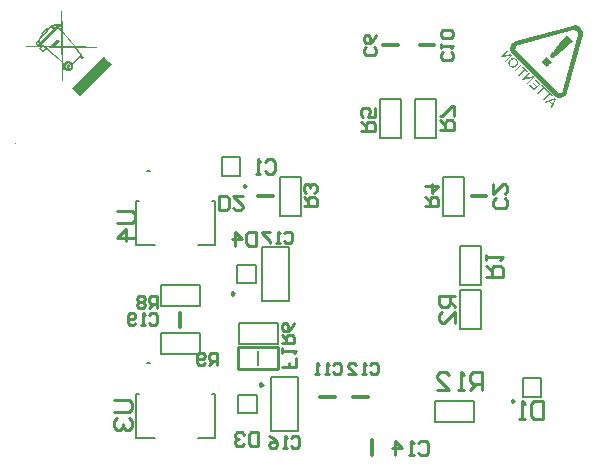
<source format=gbo>
G04*
G04 #@! TF.GenerationSoftware,Altium Limited,Altium Designer,20.0.10 (225)*
G04*
G04 Layer_Color=32896*
%FSLAX25Y25*%
%MOIN*%
G70*
G01*
G75*
%ADD10C,0.00787*%
%ADD11C,0.00800*%
%ADD13C,0.00984*%
%ADD14C,0.01200*%
%ADD16C,0.00500*%
%ADD18C,0.01000*%
G36*
X186373Y189211D02*
X186471D01*
X186520D01*
X186863Y189162D01*
X187181Y189088D01*
X187475Y188941D01*
X187719Y188844D01*
X187915Y188697D01*
X188062Y188599D01*
X188184Y188477D01*
X188478Y188085D01*
X188698Y187718D01*
X188771Y187547D01*
X188820Y187449D01*
Y187351D01*
X188845Y187327D01*
X188893Y187180D01*
X188918Y187107D01*
X188942Y186691D01*
X188893Y186348D01*
X188869Y186079D01*
Y186030D01*
X188845Y186005D01*
X183707Y166873D01*
X183731Y166849D01*
X183707Y166824D01*
X183658Y166677D01*
X183633Y166555D01*
X183609Y166482D01*
X183584Y166457D01*
X183560Y166384D01*
X183486Y166262D01*
X183438Y166164D01*
X183413Y166139D01*
X183193Y165870D01*
X182948Y165625D01*
X182704Y165479D01*
X182459Y165332D01*
X182263Y165234D01*
X182092Y165161D01*
X181994Y165112D01*
X181945D01*
X181921Y165087D01*
X181676Y165038D01*
X181603Y165014D01*
X181554D01*
X181309D01*
X181236Y164989D01*
X181187D01*
X180795Y165038D01*
X180502Y165136D01*
X180184Y165258D01*
X179939Y165405D01*
X179743Y165552D01*
X179596Y165650D01*
X165333Y179913D01*
X165284Y180011D01*
X165137Y180158D01*
X165088Y180256D01*
X165039Y180354D01*
X165015Y180378D01*
X164868Y180721D01*
X164795Y181039D01*
X164770Y181357D01*
X164746Y181626D01*
X164795Y181871D01*
X164819Y182042D01*
X164843Y182164D01*
Y182213D01*
X164819Y182238D01*
X164868Y182385D01*
X164917Y182482D01*
X164941Y182556D01*
X164966Y182580D01*
X165039Y182703D01*
X165088Y182800D01*
X165113Y182874D01*
X165137Y182898D01*
X165382Y183192D01*
X165626Y183437D01*
X165871Y183632D01*
X166091Y183755D01*
X166312Y183877D01*
X166483Y183950D01*
X166581Y183999D01*
X166630D01*
X185762Y189137D01*
X186031Y189162D01*
X186104Y189186D01*
X186153D01*
X186276Y189211D01*
X186373D01*
D02*
G37*
G36*
X163914Y180745D02*
X162177Y179008D01*
X165088Y179571D01*
X165382Y179277D01*
X163155Y177051D01*
X162886Y177320D01*
X164648Y179082D01*
X161712Y178495D01*
X161418Y178788D01*
X163645Y181015D01*
X163914Y180745D01*
D02*
G37*
G36*
X166091Y178323D02*
X166165Y178299D01*
X166458Y178201D01*
X166654Y178054D01*
X166825Y177932D01*
X166874Y177883D01*
X167021Y177687D01*
X167143Y177516D01*
X167290Y177173D01*
Y177026D01*
X167315Y176904D01*
Y176855D01*
Y176806D01*
X167290Y176586D01*
X167217Y176366D01*
X167045Y175999D01*
X166948Y175852D01*
X166874Y175730D01*
X166801Y175656D01*
X166776Y175632D01*
X166532Y175436D01*
X166312Y175314D01*
X166140Y175241D01*
X166067Y175216D01*
X165798Y175143D01*
X165529Y175118D01*
X165357Y175143D01*
X165284Y175167D01*
X165015Y175289D01*
X164795Y175412D01*
X164623Y175534D01*
X164574Y175583D01*
X164379Y175828D01*
X164256Y176048D01*
X164183Y176170D01*
X164158Y176244D01*
X164110Y176537D01*
X164134Y176806D01*
X164158Y176978D01*
X164183Y177051D01*
X164305Y177320D01*
X164477Y177540D01*
X164599Y177712D01*
X164623Y177736D01*
X164648Y177761D01*
X164917Y177981D01*
X165137Y178152D01*
X165308Y178225D01*
X165382Y178250D01*
X165651Y178323D01*
X165920Y178348D01*
X166091Y178323D01*
D02*
G37*
G36*
X168611Y176048D02*
X166385Y173821D01*
X166091Y174115D01*
X168318Y176341D01*
X168611Y176048D01*
D02*
G37*
G36*
X170740Y173919D02*
X170471Y173650D01*
X169737Y174384D01*
X167779Y172427D01*
X167461Y172745D01*
X169419Y174702D01*
X168685Y175436D01*
X168954Y175705D01*
X170740Y173919D01*
D02*
G37*
G36*
X171327Y173332D02*
X169590Y171595D01*
X172501Y172158D01*
X172795Y171864D01*
X170569Y169638D01*
X170299Y169907D01*
X172061Y171669D01*
X169125Y171081D01*
X168832Y171375D01*
X171058Y173601D01*
X171327Y173332D01*
D02*
G37*
G36*
X174874Y169785D02*
X172648Y167558D01*
X170984Y169222D01*
X171254Y169491D01*
X172624Y168121D01*
X173382Y168879D01*
X172134Y170127D01*
X172379Y170372D01*
X173627Y169124D01*
X174312Y169809D01*
X172991Y171130D01*
X173260Y171399D01*
X174874Y169785D01*
D02*
G37*
G36*
X176930Y167729D02*
X176661Y167460D01*
X175927Y168194D01*
X173969Y166237D01*
X173676Y166531D01*
X175633Y168488D01*
X174899Y169222D01*
X175168Y169491D01*
X176930Y167729D01*
D02*
G37*
G36*
X178838Y165821D02*
X178569Y165552D01*
X177835Y166286D01*
X175878Y164329D01*
X175584Y164622D01*
X177541Y166580D01*
X176807Y167314D01*
X177076Y167583D01*
X178838Y165821D01*
D02*
G37*
G36*
X179890Y164769D02*
X178520Y161686D01*
X178226Y161980D01*
X178667Y162910D01*
X177737Y163839D01*
X176783Y163424D01*
X176440Y163766D01*
X179572Y165087D01*
X179890Y164769D01*
D02*
G37*
G36*
X0Y149606D02*
X-592Y149825D01*
X-30Y150098D01*
X0Y149606D01*
D02*
G37*
G36*
X15512Y187372D02*
X16348Y186373D01*
X18366Y183948D01*
X19814Y182174D01*
X26928Y182072D01*
X26908Y181603D01*
X20221Y181685D01*
X22117Y179422D01*
X22015Y179320D01*
X22810Y178525D01*
X22076Y177791D01*
X21282Y178586D01*
X18998Y176303D01*
X19080Y176058D01*
X19121Y175813D01*
X19141Y175467D01*
X19059Y175100D01*
X18896Y174774D01*
X18692Y174529D01*
X18427Y174305D01*
X18203Y174162D01*
X17938Y174060D01*
X17653Y173979D01*
X17388Y173999D01*
X17062Y174040D01*
X16735Y174162D01*
X16470Y174305D01*
X16287Y174448D01*
X16103Y174672D01*
X15981Y174876D01*
X15879Y175059D01*
X15818Y175324D01*
X15798Y175549D01*
Y175793D01*
X15838Y176038D01*
X15900Y176262D01*
X15716Y176405D01*
X15818Y170513D01*
X15329D01*
X15247Y176833D01*
X12169Y179381D01*
X9988Y181236D01*
X9050Y180298D01*
X7745Y181603D01*
X7990Y181848D01*
X3220Y181929D01*
X3240Y182398D01*
X7725Y182317D01*
X7562Y182480D01*
X7480D01*
X7378Y182459D01*
X7256D01*
X7113Y182480D01*
X7032Y182520D01*
X6930Y182582D01*
X6808Y182663D01*
X6706Y182806D01*
X6644Y182908D01*
X6624Y183132D01*
X6604Y183316D01*
X6706Y183499D01*
X6808Y183642D01*
X6950Y183784D01*
X7113Y183825D01*
X7276Y183866D01*
X7399D01*
Y184029D01*
X7439Y184274D01*
X7541Y184539D01*
X7684Y184885D01*
X7868Y185232D01*
X8092Y185578D01*
X8336Y185905D01*
X8520Y186170D01*
X8235Y186455D01*
X10090Y188310D01*
X10355Y188045D01*
X10497Y188188D01*
X10762Y188412D01*
X11048Y188616D01*
X11333Y188820D01*
X11170Y188983D01*
X11986Y189798D01*
X12373Y189411D01*
X12495Y189452D01*
X12699Y189533D01*
X12903Y189574D01*
X13107Y189615D01*
X13331Y189635D01*
X13576D01*
X13678Y189574D01*
X13800Y189452D01*
X14269Y189921D01*
X14880Y189309D01*
X14350Y188779D01*
X15023Y187943D01*
X14921Y194079D01*
X15370D01*
X15512Y187372D01*
D02*
G37*
G36*
X29354Y178708D02*
X29395Y178667D01*
X29538Y178525D01*
X29701Y178362D01*
X29742Y178321D01*
X29762Y178301D01*
X30068Y177995D01*
X30374Y177689D01*
X30496Y177567D01*
X30598Y177465D01*
X30659Y177404D01*
X30679Y177383D01*
X31026Y177037D01*
X31169Y176894D01*
X31311Y176751D01*
X31413Y176649D01*
X31495Y176568D01*
X31556Y176507D01*
X31576Y176486D01*
X31719Y176344D01*
X31821Y176242D01*
X31882Y176181D01*
X31923Y176140D01*
X31984Y176078D01*
X21404Y165498D01*
X21383Y165519D01*
X21343Y165559D01*
X21200Y165702D01*
X21057Y165845D01*
X21016Y165886D01*
X20996Y165906D01*
X20690Y166212D01*
X20384Y166518D01*
X20283Y166620D01*
X20181Y166721D01*
X20120Y166783D01*
X20099Y166803D01*
X19732Y167170D01*
X19589Y167313D01*
X19447Y167455D01*
X19345Y167557D01*
X19243Y167659D01*
X19202Y167700D01*
X19182Y167720D01*
X19039Y167863D01*
X18937Y167965D01*
X18856Y168046D01*
X18815Y168087D01*
X18754Y168148D01*
X29334Y178729D01*
X29354Y178708D01*
D02*
G37*
%LPC*%
G36*
X185933Y187694D02*
X185909Y187669D01*
X185762Y187620D01*
X185713D01*
X185688Y187645D01*
X167510Y182776D01*
X167290Y182703D01*
X167143Y182605D01*
X167021Y182531D01*
X166997Y182507D01*
X166972Y182482D01*
X166923Y182433D01*
X166899Y182409D01*
X166727Y182189D01*
X166605Y182018D01*
X166556Y181871D01*
X166532Y181797D01*
X166483Y181406D01*
X166532Y181112D01*
X166605Y180892D01*
X166630Y180819D01*
X166703Y180745D01*
X166727Y180672D01*
X166899Y180501D01*
X166874Y180476D01*
X180184Y167167D01*
X180355Y167044D01*
X180502Y166947D01*
X180795Y166849D01*
X181016Y166775D01*
X181089Y166800D01*
X181113Y166775D01*
X181260D01*
X181309D01*
X181480Y166800D01*
X181529D01*
X181872Y166947D01*
X182116Y167142D01*
X182214Y167240D01*
X182239Y167314D01*
X182288Y167362D01*
X182312Y167387D01*
X182386Y167509D01*
X182410Y167534D01*
X182459Y167681D01*
Y167729D01*
X182483Y167754D01*
X187352Y185932D01*
X187377Y186152D01*
X187401Y186372D01*
X187377Y186495D01*
Y186544D01*
Y186593D01*
X187352Y186617D01*
Y186666D01*
X187279Y186935D01*
X187156Y187107D01*
X187059Y187253D01*
X187010Y187302D01*
X186985Y187278D01*
X186692Y187473D01*
X186398Y187620D01*
X186202Y187669D01*
X186104D01*
X185982Y187694D01*
X185933D01*
D02*
G37*
%LPD*%
G36*
X185591Y183975D02*
X185175Y183559D01*
X184979Y183363D01*
X184808Y183192D01*
X184661Y183045D01*
X184539Y182923D01*
X184465Y182849D01*
X184441Y182825D01*
X183976Y182409D01*
X183780Y182213D01*
X183609Y182042D01*
X183462Y181895D01*
X183340Y181773D01*
X183266Y181700D01*
X183242Y181675D01*
X183046Y181528D01*
X182924Y181406D01*
X182850Y181333D01*
X182826Y181308D01*
X182679Y181210D01*
X182557Y181088D01*
X182410Y180990D01*
X182386Y180966D01*
X182361Y180941D01*
X182337Y180917D01*
X182263Y180892D01*
X182165Y180794D01*
X182043Y180721D01*
X181774Y180501D01*
X181456Y180232D01*
X181138Y180011D01*
X180869Y179791D01*
X180771Y179693D01*
X180673Y179644D01*
X180624Y179595D01*
X180600Y179571D01*
X180306Y179326D01*
X180061Y179131D01*
X179817Y178935D01*
X179621Y178788D01*
X179450Y178666D01*
X179303Y178568D01*
X179083Y178397D01*
X178960Y178274D01*
X178863Y178225D01*
X178814Y178176D01*
X178544Y178446D01*
X178300Y178739D01*
X177982Y179057D01*
Y179106D01*
X178031Y179204D01*
X178153Y179424D01*
X178275Y179595D01*
X178324Y179644D01*
X178349Y179669D01*
X178471Y179840D01*
X178618Y179987D01*
X178691Y180109D01*
X178765Y180183D01*
X178838Y180256D01*
X178863Y180280D01*
X179181Y180696D01*
X179474Y181039D01*
X179719Y181381D01*
X179939Y181651D01*
X180159Y181920D01*
X180330Y182140D01*
X180477Y182336D01*
X180600Y182507D01*
X180795Y182752D01*
X180918Y182923D01*
X180991Y182996D01*
X181016Y183021D01*
X181138Y183192D01*
X181260Y183314D01*
X181333Y183437D01*
X181383Y183485D01*
X181431Y183583D01*
X181456Y183608D01*
X181872Y184024D01*
X182068Y184220D01*
X182239Y184391D01*
X182386Y184538D01*
X182483Y184635D01*
X182557Y184709D01*
X182581Y184733D01*
X182997Y185149D01*
X183193Y185345D01*
X183364Y185516D01*
X183511Y185663D01*
X183609Y185761D01*
X183682Y185834D01*
X183707Y185859D01*
X185591Y183975D01*
D02*
G37*
G36*
X178569Y176953D02*
X178251Y176635D01*
X177957Y176341D01*
X177859Y176244D01*
X177761Y176146D01*
X177713Y176097D01*
X177688Y176072D01*
X177394Y175779D01*
X177125Y175510D01*
X177003Y175387D01*
X176930Y175314D01*
X176881Y175265D01*
X176856Y175241D01*
X175095Y177002D01*
X175413Y177320D01*
X175657Y177565D01*
X175780Y177687D01*
X175853Y177761D01*
X175902Y177810D01*
X175927Y177834D01*
X176245Y178152D01*
X176538Y178446D01*
X176636Y178543D01*
X176734Y178641D01*
X176783Y178690D01*
X176807Y178715D01*
X178569Y176953D01*
D02*
G37*
%LPC*%
G36*
X165700Y177932D02*
X165577Y177858D01*
X165529D01*
X165308Y177736D01*
X165113Y177638D01*
X164990Y177516D01*
X164966Y177491D01*
X164941Y177467D01*
X164697Y177173D01*
X164550Y176880D01*
X164525Y176660D01*
X164501Y176586D01*
X164550Y176293D01*
X164648Y176048D01*
X164770Y175877D01*
X164819Y175828D01*
X165064Y175632D01*
X165333Y175559D01*
X165504Y175534D01*
X165577Y175510D01*
X165896Y175583D01*
X166189Y175730D01*
X166360Y175852D01*
X166409Y175901D01*
X166434Y175926D01*
X166605Y176097D01*
X166752Y176293D01*
X166825Y176464D01*
X166874Y176611D01*
X166923Y176806D01*
X166948Y176880D01*
X166899Y177173D01*
X166776Y177393D01*
X166654Y177565D01*
X166605Y177614D01*
X166434Y177736D01*
X166287Y177834D01*
X166165Y177907D01*
X166116D01*
X165896Y177932D01*
X165700D01*
D02*
G37*
G36*
X179499Y164671D02*
X179303Y164573D01*
X179107Y164476D01*
X178985Y164402D01*
X178911Y164378D01*
X178055Y164011D01*
X178814Y163252D01*
X179205Y164133D01*
X179303Y164329D01*
X179401Y164524D01*
X179474Y164647D01*
X179499Y164671D01*
D02*
G37*
G36*
X13433Y189166D02*
X13229D01*
X13025Y189126D01*
X12740Y189044D01*
X13066Y188718D01*
X13453Y189105D01*
X13433Y189166D01*
D02*
G37*
G36*
X11965Y189126D02*
X11843Y189003D01*
X12291Y188555D01*
X12414Y188677D01*
X11965Y189126D01*
D02*
G37*
G36*
X10090Y187617D02*
X8907Y186435D01*
X9091Y186251D01*
X10273Y187434D01*
X10090Y187617D01*
D02*
G37*
G36*
X11680Y188473D02*
X11374Y188249D01*
X11048Y188004D01*
X10701Y187698D01*
X10966Y187434D01*
X9111Y185578D01*
X8887Y185803D01*
X8561Y185354D01*
X8296Y184926D01*
X8092Y184559D01*
X7970Y184233D01*
X7868Y183927D01*
Y183683D01*
X7949Y183601D01*
X12251Y187902D01*
X11680Y188473D01*
D02*
G37*
G36*
X7358Y183417D02*
X7256Y183397D01*
X7174Y183356D01*
X7154Y183336D01*
X7073Y183214D01*
X7093Y183112D01*
X7134Y183030D01*
X7154Y183010D01*
X7276Y182928D01*
X7399D01*
X7480Y182969D01*
X7501Y182989D01*
X7582Y183112D01*
X7541Y183234D01*
X7501Y183316D01*
X7480Y183336D01*
X7358Y183417D01*
D02*
G37*
G36*
X14024Y188453D02*
X8601Y183030D01*
X8907Y182765D01*
X9070Y182928D01*
X9682Y182317D01*
X11313Y182276D01*
X13759Y184722D01*
X14534Y183948D01*
X12862Y182276D01*
X15125Y182215D01*
X15043Y187230D01*
X14024Y188453D01*
D02*
G37*
G36*
X13739Y184049D02*
X12006Y182317D01*
X12128Y182194D01*
X13861Y183927D01*
X13739Y184049D01*
D02*
G37*
G36*
X15512Y186638D02*
X15614Y182215D01*
X19202Y182174D01*
X15512Y186638D01*
D02*
G37*
G36*
X9050Y182255D02*
X8418Y181623D01*
X9050Y180991D01*
X9682Y181623D01*
X9050Y182255D01*
D02*
G37*
G36*
X21669Y178973D02*
X21608Y178912D01*
X22076Y178443D01*
X22138Y178504D01*
X21669Y178973D01*
D02*
G37*
G36*
X10171Y181827D02*
X10375Y181623D01*
X10334Y181583D01*
X15227Y177465D01*
X15145Y181746D01*
X12373Y181787D01*
X12087Y181501D01*
X11802Y181787D01*
X10171Y181827D01*
D02*
G37*
G36*
X15594Y181746D02*
X15696Y177037D01*
X16144Y176670D01*
X16287Y176853D01*
X16491Y177016D01*
X16756Y177159D01*
X17062Y177261D01*
X17327Y177322D01*
X17612D01*
X17918Y177261D01*
X18244Y177139D01*
X18570Y176935D01*
X18733Y176731D01*
X21465Y179463D01*
X19610Y181685D01*
X15594Y181746D01*
D02*
G37*
G36*
X17612Y176507D02*
X17408D01*
X17245Y176466D01*
X17082Y176425D01*
X16960Y176344D01*
X16878Y176262D01*
X16695Y176038D01*
X16613Y175834D01*
Y175630D01*
X16654Y175467D01*
X16715Y175284D01*
X16776Y175181D01*
X16858Y175100D01*
X16878Y175080D01*
X17102Y174896D01*
X17306Y174815D01*
X17510D01*
X17673Y174855D01*
X17836Y174937D01*
X17959Y174978D01*
X18060Y175080D01*
X18224Y175284D01*
X18285Y175508D01*
X18305Y175691D01*
X18244Y175875D01*
X18183Y176017D01*
X18122Y176160D01*
X18060Y176221D01*
X18040Y176242D01*
X17816Y176425D01*
X17612Y176507D01*
D02*
G37*
%LPD*%
G36*
X17796Y176119D02*
X17836Y176078D01*
X17857Y176058D01*
X17959Y175915D01*
X18020Y175773D01*
Y175650D01*
X17999Y175508D01*
X17918Y175345D01*
X17857Y175284D01*
X17714Y175181D01*
X17571Y175120D01*
X17449D01*
X17306Y175141D01*
X17143Y175222D01*
X17102Y175263D01*
X17082Y175284D01*
X16980Y175426D01*
X16919Y175569D01*
Y175691D01*
Y175813D01*
X17021Y175997D01*
X17082Y176058D01*
X17225Y176160D01*
X17367Y176221D01*
X17612D01*
X17796Y176119D01*
D02*
G37*
%LPC*%
G36*
X17469Y175752D02*
X17428D01*
X17367Y175691D01*
Y175650D01*
X17388Y175630D01*
X17408Y175610D01*
X17449Y175569D01*
X17490D01*
X17530Y175610D01*
X17551Y175671D01*
Y175712D01*
X17530Y175732D01*
X17469Y175752D01*
D02*
G37*
%LPD*%
D10*
X44543Y76555D02*
X43756D01*
X44543D01*
Y140728D02*
X43756D01*
X44543D01*
X175118Y65354D02*
Y71653D01*
X168976D02*
X175118D01*
X168976Y65354D02*
X175118D01*
X168976D02*
Y71653D01*
X80709Y75984D02*
Y80709D01*
X74016Y59921D02*
X80315D01*
X74016D02*
Y66063D01*
X80315Y59921D02*
Y66063D01*
X74016D02*
X80315D01*
X73622Y109370D02*
X79921D01*
Y103228D02*
Y109370D01*
X73622Y103228D02*
Y109370D01*
Y103228D02*
X79921D01*
X68504Y145197D02*
X74803D01*
X68504Y139055D02*
Y145197D01*
X74803Y139055D02*
Y145197D01*
X68504Y139055D02*
X74803D01*
D11*
X139563Y57130D02*
X152563D01*
X139563D02*
Y64130D01*
X152563D01*
Y57130D02*
Y64130D01*
X48224Y79571D02*
Y86571D01*
Y79571D02*
X61224D01*
Y86571D01*
X48224D02*
X61224D01*
X61287Y95713D02*
Y102713D01*
X48287D02*
X61287D01*
X48287Y95713D02*
Y102713D01*
Y95713D02*
X61287D01*
X148075Y87988D02*
X155075D01*
Y100988D01*
X148075D02*
X155075D01*
X148075Y87988D02*
Y100988D01*
Y115555D02*
X155075D01*
X148075Y102555D02*
Y115555D01*
Y102555D02*
X155075D01*
Y115555D01*
X87209Y83114D02*
Y90114D01*
X74209D02*
X87209D01*
X74209Y83114D02*
Y90114D01*
Y83114D02*
X87209D01*
X121303Y164768D02*
X128303D01*
X121303Y151768D02*
Y164768D01*
Y151768D02*
X128303D01*
Y164768D01*
X142169Y138784D02*
X149169D01*
X142169Y125784D02*
Y138784D01*
Y125784D02*
X149169D01*
Y138784D01*
X87839Y138784D02*
X94839D01*
X87839Y125784D02*
Y138784D01*
Y125784D02*
X94839D01*
Y138784D01*
X140114Y151768D02*
Y164768D01*
X133114Y151768D02*
X140114D01*
X133114D02*
Y164768D01*
X140114D01*
X82114Y115299D02*
X91114D01*
Y97299D02*
Y115299D01*
X82114Y97299D02*
X91114D01*
X82114D02*
Y115299D01*
X84870Y53992D02*
X93870D01*
X84870D02*
Y71992D01*
X93870D01*
Y53992D02*
Y71992D01*
D13*
X166102Y63937D02*
X165364Y64363D01*
Y63511D01*
X166102Y63937D01*
X82224Y69429D02*
X81486Y69855D01*
Y69003D01*
X82224Y69429D01*
X72697Y99862D02*
X71959Y100288D01*
Y99436D01*
X72697Y99862D01*
X76713Y135689D02*
X75974Y136115D01*
Y135263D01*
X76713Y135689D01*
D14*
X54724Y88484D02*
Y93405D01*
X118505Y45965D02*
Y50886D01*
X101477Y65292D02*
X106397D01*
X112500Y65355D02*
X117421D01*
X134547Y182676D02*
X139468D01*
X122343Y182676D02*
X127264D01*
X151870Y132284D02*
X156791D01*
X80610Y132284D02*
X85531D01*
D16*
X39921Y51732D02*
X46220D01*
X60512D02*
X66378D01*
X65394Y66378D02*
X66378D01*
X39921D02*
X40945D01*
X66378Y51732D02*
Y66378D01*
X39921Y51732D02*
Y66378D01*
Y115905D02*
X46220D01*
X60512D02*
X66378D01*
X65394Y130551D02*
X66378D01*
X39921D02*
X40945D01*
X66378Y115905D02*
Y130551D01*
X39921Y115905D02*
Y130551D01*
D18*
X74016Y74803D02*
X87402D01*
Y81890D01*
X74016D02*
X87402D01*
X74016Y74803D02*
Y81890D01*
X155190Y67556D02*
Y73554D01*
X152191D01*
X151191Y72554D01*
Y70555D01*
X152191Y69555D01*
X155190D01*
X153190D02*
X151191Y67556D01*
X149192D02*
X147192D01*
X148192D01*
Y73554D01*
X149192Y72554D01*
X140195Y67556D02*
X144193D01*
X140195Y71555D01*
Y72554D01*
X141194Y73554D01*
X143194D01*
X144193Y72554D01*
X67059Y75985D02*
Y79921D01*
X65091D01*
X64435Y79265D01*
Y77953D01*
X65091Y77297D01*
X67059D01*
X65747D02*
X64435Y75985D01*
X63124Y76641D02*
X62468Y75985D01*
X61156D01*
X60500Y76641D01*
Y79265D01*
X61156Y79921D01*
X62468D01*
X63124Y79265D01*
Y78609D01*
X62468Y77953D01*
X60500D01*
X46981Y94883D02*
Y98818D01*
X45013D01*
X44357Y98162D01*
Y96850D01*
X45013Y96194D01*
X46981D01*
X45669D02*
X44357Y94883D01*
X43045Y98162D02*
X42389Y98818D01*
X41077D01*
X40421Y98162D01*
Y97506D01*
X41077Y96850D01*
X40421Y96194D01*
Y95539D01*
X41077Y94883D01*
X42389D01*
X43045Y95539D01*
Y96194D01*
X42389Y96850D01*
X43045Y97506D01*
Y98162D01*
X42389Y96850D02*
X41077D01*
X44422Y92651D02*
X45078Y93306D01*
X46390D01*
X47046Y92651D01*
Y90027D01*
X46390Y89371D01*
X45078D01*
X44422Y90027D01*
X43110Y89371D02*
X41798D01*
X42454D01*
Y93306D01*
X43110Y92651D01*
X39830Y90027D02*
X39174Y89371D01*
X37862D01*
X37206Y90027D01*
Y92651D01*
X37862Y93306D01*
X39174D01*
X39830Y92651D01*
Y91995D01*
X39174Y91339D01*
X37206D01*
X33615Y127439D02*
X38614D01*
X39613Y126440D01*
Y124440D01*
X38614Y123441D01*
X33615D01*
X39613Y118442D02*
X33615D01*
X36614Y121441D01*
Y117443D01*
X32828Y64447D02*
X37826D01*
X38826Y63447D01*
Y61448D01*
X37826Y60448D01*
X32828D01*
X33827Y58449D02*
X32828Y57450D01*
Y55450D01*
X33827Y54450D01*
X34827D01*
X35827Y55450D01*
Y56450D01*
Y55450D01*
X36827Y54450D01*
X37826D01*
X38826Y55450D01*
Y57450D01*
X37826Y58449D01*
X79920Y120472D02*
Y115749D01*
X77558D01*
X76771Y116536D01*
Y119685D01*
X77558Y120472D01*
X79920D01*
X72836Y115749D02*
Y120472D01*
X75197Y118110D01*
X72048D01*
X80707Y48820D02*
Y53543D01*
X78346D01*
X77559Y52755D01*
Y49607D01*
X78346Y48820D01*
X80707D01*
X75985Y49607D02*
X75197Y48820D01*
X73623D01*
X72836Y49607D01*
Y50394D01*
X73623Y51181D01*
X74410D01*
X73623D01*
X72836Y51968D01*
Y52755D01*
X73623Y53543D01*
X75197D01*
X75985Y52755D01*
X89304Y119816D02*
X89960Y120472D01*
X91272D01*
X91927Y119816D01*
Y117192D01*
X91272Y116536D01*
X89960D01*
X89304Y117192D01*
X87992Y116536D02*
X86680D01*
X87336D01*
Y120472D01*
X87992Y119816D01*
X84712Y120472D02*
X82088D01*
Y119816D01*
X84712Y117192D01*
Y116536D01*
X91666Y51706D02*
X92322Y52362D01*
X93634D01*
X94290Y51706D01*
Y49082D01*
X93634Y48426D01*
X92322D01*
X91666Y49082D01*
X90354Y48426D02*
X89042D01*
X89698D01*
Y52362D01*
X90354Y51706D01*
X84450Y52362D02*
X85762Y51706D01*
X87074Y50394D01*
Y49082D01*
X86418Y48426D01*
X85106D01*
X84450Y49082D01*
Y49738D01*
X85106Y50394D01*
X87074D01*
X67718Y127560D02*
Y132283D01*
X70079D01*
X70866Y131496D01*
Y128347D01*
X70079Y127560D01*
X67718D01*
X75589Y132283D02*
X72441D01*
X75589Y129134D01*
Y128347D01*
X74802Y127560D01*
X73228D01*
X72441Y128347D01*
X136418Y129069D02*
X140747D01*
Y131234D01*
X140026Y131956D01*
X138583D01*
X137861Y131234D01*
Y129069D01*
Y130512D02*
X136418Y131956D01*
Y135563D02*
X140747D01*
X138583Y133399D01*
Y136285D01*
X88583Y83334D02*
X92519D01*
Y85302D01*
X91863Y85958D01*
X90551D01*
X89895Y85302D01*
Y83334D01*
Y84646D02*
X88583Y85958D01*
X92519Y89894D02*
X91863Y88582D01*
X90551Y87270D01*
X89239D01*
X88583Y87926D01*
Y89238D01*
X89239Y89894D01*
X89895D01*
X90551Y89238D01*
Y87270D01*
X141339Y154332D02*
X146062D01*
Y156693D01*
X145275Y157481D01*
X143701D01*
X142914Y156693D01*
Y154332D01*
Y155906D02*
X141339Y157481D01*
X146062Y159055D02*
Y162204D01*
X145275D01*
X142127Y159055D01*
X141339D01*
X146456Y99080D02*
X140946D01*
Y96325D01*
X141864Y95407D01*
X143701D01*
X144619Y96325D01*
Y99080D01*
Y97243D02*
X146456Y95407D01*
Y89897D02*
Y93570D01*
X142782Y89897D01*
X141864D01*
X140946Y90815D01*
Y92651D01*
X141864Y93570D01*
X95867Y129069D02*
X100196D01*
Y131234D01*
X99475Y131956D01*
X98032D01*
X97310Y131234D01*
Y129069D01*
Y130512D02*
X95867Y131956D01*
X99475Y133399D02*
X100196Y134120D01*
Y135563D01*
X99475Y136285D01*
X98753D01*
X98032Y135563D01*
Y134842D01*
Y135563D01*
X97310Y136285D01*
X96588D01*
X95867Y135563D01*
Y134120D01*
X96588Y133399D01*
X114961Y153938D02*
X119684D01*
Y156300D01*
X118897Y157087D01*
X117323D01*
X116536Y156300D01*
Y153938D01*
Y155513D02*
X114961Y157087D01*
X119684Y161810D02*
Y158661D01*
X117323D01*
X118110Y160235D01*
Y161023D01*
X117323Y161810D01*
X115749D01*
X114961Y161023D01*
Y159448D01*
X115749Y158661D01*
X156694Y105445D02*
X162204D01*
Y108200D01*
X161285Y109118D01*
X159449D01*
X158530Y108200D01*
Y105445D01*
Y107281D02*
X156694Y109118D01*
Y110955D02*
Y112792D01*
Y111873D01*
X162204D01*
X161285Y110955D01*
X93306Y78346D02*
Y75198D01*
X90945D01*
Y76772D01*
Y75198D01*
X88583D01*
Y79921D02*
Y81495D01*
Y80708D01*
X93306D01*
X92519Y79921D01*
X175652Y64023D02*
Y58025D01*
X172653D01*
X171653Y59024D01*
Y63023D01*
X172653Y64023D01*
X175652D01*
X169654Y58025D02*
X167655D01*
X168655D01*
Y64023D01*
X169654Y63023D01*
X134153Y49901D02*
X134940Y50688D01*
X136514D01*
X137301Y49901D01*
Y46753D01*
X136514Y45965D01*
X134940D01*
X134153Y46753D01*
X132578Y45965D02*
X131004D01*
X131791D01*
Y50688D01*
X132578Y49901D01*
X126281Y45965D02*
Y50688D01*
X128643Y48327D01*
X125494D01*
X83071Y143700D02*
X83858Y144487D01*
X85432D01*
X86219Y143700D01*
Y140552D01*
X85432Y139765D01*
X83858D01*
X83071Y140552D01*
X81497Y139765D02*
X79922D01*
X80709D01*
Y144487D01*
X81497Y143700D01*
X105577Y76115D02*
X106233Y76771D01*
X107545D01*
X108201Y76115D01*
Y73491D01*
X107545Y72835D01*
X106233D01*
X105577Y73491D01*
X104265Y72835D02*
X102953D01*
X103609D01*
Y76771D01*
X104265Y76115D01*
X100985Y72835D02*
X99673D01*
X100329D01*
Y76771D01*
X100985Y76115D01*
X162992Y131496D02*
X163779Y130709D01*
Y129135D01*
X162992Y128348D01*
X159843D01*
X159056Y129135D01*
Y130709D01*
X159843Y131496D01*
X159056Y136219D02*
Y133071D01*
X162205Y136219D01*
X162992D01*
X163779Y135432D01*
Y133858D01*
X162992Y133071D01*
X119422Y182021D02*
X120078Y181365D01*
Y180053D01*
X119422Y179397D01*
X116798D01*
X116142Y180053D01*
Y181365D01*
X116798Y182021D01*
X120078Y185957D02*
X119422Y184645D01*
X118110Y183333D01*
X116798D01*
X116142Y183989D01*
Y185301D01*
X116798Y185957D01*
X117454D01*
X118110Y185301D01*
Y183333D01*
X118044Y76115D02*
X118700Y76771D01*
X120012D01*
X120668Y76115D01*
Y73491D01*
X120012Y72835D01*
X118700D01*
X118044Y73491D01*
X116732Y72835D02*
X115420D01*
X116076D01*
Y76771D01*
X116732Y76115D01*
X110828Y72835D02*
X113452D01*
X110828Y75459D01*
Y76115D01*
X111484Y76771D01*
X112796D01*
X113452Y76115D01*
X145013Y180381D02*
X145669Y179725D01*
Y178413D01*
X145013Y177758D01*
X142389D01*
X141733Y178413D01*
Y179725D01*
X142389Y180381D01*
X141733Y181693D02*
Y183005D01*
Y182349D01*
X145669D01*
X145013Y181693D01*
Y184973D02*
X145669Y185629D01*
Y186941D01*
X145013Y187597D01*
X142389D01*
X141733Y186941D01*
Y185629D01*
X142389Y184973D01*
X145013D01*
M02*

</source>
